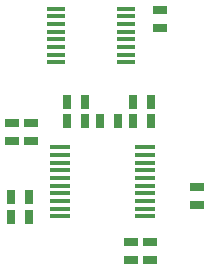
<source format=gbr>
G04 #@! TF.GenerationSoftware,KiCad,Pcbnew,5.1.2+dfsg1-1*
G04 #@! TF.CreationDate,2019-07-31T23:39:42+03:00*
G04 #@! TF.ProjectId,cps1_adapter,63707331-5f61-4646-9170-7465722e6b69,rev?*
G04 #@! TF.SameCoordinates,Original*
G04 #@! TF.FileFunction,Paste,Top*
G04 #@! TF.FilePolarity,Positive*
%FSLAX46Y46*%
G04 Gerber Fmt 4.6, Leading zero omitted, Abs format (unit mm)*
G04 Created by KiCad (PCBNEW 5.1.2+dfsg1-1) date 2019-07-31 23:39:42*
%MOMM*%
%LPD*%
G04 APERTURE LIST*
%ADD10R,1.750000X0.450000*%
%ADD11R,1.500000X0.450000*%
%ADD12R,0.635000X1.143000*%
%ADD13R,1.143000X0.635000*%
G04 APERTURE END LIST*
D10*
X49750000Y-68755000D03*
X49750000Y-69405000D03*
X49750000Y-70055000D03*
X49750000Y-70705000D03*
X49750000Y-71355000D03*
X49750000Y-72005000D03*
X49750000Y-72655000D03*
X49750000Y-73305000D03*
X49750000Y-73955000D03*
X49750000Y-74605000D03*
X56950000Y-74605000D03*
X56950000Y-73955000D03*
X56950000Y-73305000D03*
X56950000Y-72655000D03*
X56950000Y-72005000D03*
X56950000Y-71355000D03*
X56950000Y-70705000D03*
X56950000Y-70055000D03*
X56950000Y-69405000D03*
X56950000Y-68755000D03*
D11*
X49440000Y-57005000D03*
X49440000Y-57655000D03*
X49440000Y-58305000D03*
X49440000Y-58955000D03*
X49440000Y-59605000D03*
X49440000Y-60255000D03*
X49440000Y-60905000D03*
X49440000Y-61555000D03*
X55340000Y-61555000D03*
X55340000Y-60905000D03*
X55340000Y-60255000D03*
X55340000Y-59605000D03*
X55340000Y-58955000D03*
X55340000Y-58305000D03*
X55340000Y-57655000D03*
X55340000Y-57005000D03*
D12*
X51852000Y-64900000D03*
X50328000Y-64900000D03*
X45588000Y-74610000D03*
X47112000Y-74610000D03*
X47122000Y-72980000D03*
X45598000Y-72980000D03*
D13*
X57410000Y-76748000D03*
X57410000Y-78272000D03*
D12*
X55938000Y-66530000D03*
X57462000Y-66530000D03*
X57452000Y-64900000D03*
X55928000Y-64900000D03*
D13*
X61400000Y-72098000D03*
X61400000Y-73622000D03*
X55780000Y-76748000D03*
X55780000Y-78272000D03*
X58230000Y-58652000D03*
X58230000Y-57128000D03*
D12*
X51852000Y-66530000D03*
X50328000Y-66530000D03*
X53138000Y-66540000D03*
X54662000Y-66540000D03*
D13*
X47310000Y-68242000D03*
X47310000Y-66718000D03*
X45690000Y-68242000D03*
X45690000Y-66718000D03*
M02*

</source>
